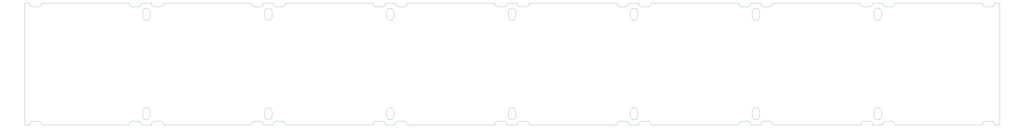
<source format=gbr>
%TF.GenerationSoftware,KiCad,Pcbnew,(5.1.9)-1*%
%TF.CreationDate,2021-04-25T23:04:25+02:00*%
%TF.ProjectId,Schaakbord_Bord,53636861-616b-4626-9f72-645f426f7264,rev?*%
%TF.SameCoordinates,Original*%
%TF.FileFunction,Profile,NP*%
%FSLAX46Y46*%
G04 Gerber Fmt 4.6, Leading zero omitted, Abs format (unit mm)*
G04 Created by KiCad (PCBNEW (5.1.9)-1) date 2021-04-25 23:04:25*
%MOMM*%
%LPD*%
G01*
G04 APERTURE LIST*
%TA.AperFunction,Profile*%
%ADD10C,0.100000*%
%TD*%
G04 APERTURE END LIST*
D10*
X23495000Y21336000D02*
X23495000Y19367500D01*
X25019000Y17843500D02*
G75*
G02*
X23495000Y19367500I0J1524000D01*
G01*
X25019000Y17843500D02*
G75*
G03*
X26543000Y19367500I0J1524000D01*
G01*
X25019000Y22860000D02*
G75*
G03*
X23495000Y21336000I0J-1524000D01*
G01*
X25019000Y22860000D02*
G75*
G02*
X26543000Y21336000I0J-1524000D01*
G01*
X26543000Y21336000D02*
X26543000Y19367500D01*
X73533000Y21336000D02*
X73533000Y19367500D01*
X75057000Y17843500D02*
G75*
G02*
X73533000Y19367500I0J1524000D01*
G01*
X75057000Y17843500D02*
G75*
G03*
X76581000Y19367500I0J1524000D01*
G01*
X75057000Y22860000D02*
G75*
G03*
X73533000Y21336000I0J-1524000D01*
G01*
X75057000Y22860000D02*
G75*
G02*
X76581000Y21336000I0J-1524000D01*
G01*
X76581000Y21336000D02*
X76581000Y19367500D01*
X123571000Y21336000D02*
X123571000Y19367500D01*
X125095000Y17843500D02*
G75*
G02*
X123571000Y19367500I0J1524000D01*
G01*
X125095000Y17843500D02*
G75*
G03*
X126619000Y19367500I0J1524000D01*
G01*
X125095000Y22860000D02*
G75*
G03*
X123571000Y21336000I0J-1524000D01*
G01*
X125095000Y22860000D02*
G75*
G02*
X126619000Y21336000I0J-1524000D01*
G01*
X126619000Y21336000D02*
X126619000Y19367500D01*
X173609000Y21336000D02*
X173609000Y19367500D01*
X175133000Y17843500D02*
G75*
G02*
X173609000Y19367500I0J1524000D01*
G01*
X175133000Y17843500D02*
G75*
G03*
X176657000Y19367500I0J1524000D01*
G01*
X175133000Y22860000D02*
G75*
G03*
X173609000Y21336000I0J-1524000D01*
G01*
X175133000Y22860000D02*
G75*
G02*
X176657000Y21336000I0J-1524000D01*
G01*
X176657000Y21336000D02*
X176657000Y19367500D01*
X223647000Y21336000D02*
X223647000Y19367500D01*
X225171000Y17843500D02*
G75*
G02*
X223647000Y19367500I0J1524000D01*
G01*
X225171000Y17843500D02*
G75*
G03*
X226695000Y19367500I0J1524000D01*
G01*
X225171000Y22860000D02*
G75*
G03*
X223647000Y21336000I0J-1524000D01*
G01*
X225171000Y22860000D02*
G75*
G02*
X226695000Y21336000I0J-1524000D01*
G01*
X226695000Y21336000D02*
X226695000Y19367500D01*
X273685000Y21336000D02*
X273685000Y19367500D01*
X275209000Y17843500D02*
G75*
G02*
X273685000Y19367500I0J1524000D01*
G01*
X275209000Y17843500D02*
G75*
G03*
X276733000Y19367500I0J1524000D01*
G01*
X275209000Y22860000D02*
G75*
G03*
X273685000Y21336000I0J-1524000D01*
G01*
X275209000Y22860000D02*
G75*
G02*
X276733000Y21336000I0J-1524000D01*
G01*
X276733000Y21336000D02*
X276733000Y19367500D01*
X323723000Y21336000D02*
X323723000Y19367500D01*
X325247000Y17843500D02*
G75*
G02*
X323723000Y19367500I0J1524000D01*
G01*
X325247000Y17843500D02*
G75*
G03*
X326771000Y19367500I0J1524000D01*
G01*
X325247000Y22860000D02*
G75*
G03*
X323723000Y21336000I0J-1524000D01*
G01*
X325247000Y22860000D02*
G75*
G02*
X326771000Y21336000I0J-1524000D01*
G01*
X326771000Y21336000D02*
X326771000Y19367500D01*
X326771000Y-21526500D02*
X326771000Y-19558000D01*
X325247000Y-18034000D02*
G75*
G02*
X326771000Y-19558000I0J-1524000D01*
G01*
X325247000Y-18034000D02*
G75*
G03*
X323723000Y-19558000I0J-1524000D01*
G01*
X325247000Y-23050500D02*
G75*
G03*
X326771000Y-21526500I0J1524000D01*
G01*
X325247000Y-23050500D02*
G75*
G02*
X323723000Y-21526500I0J1524000D01*
G01*
X323723000Y-21526500D02*
X323723000Y-19558000D01*
X276733000Y-21526500D02*
X276733000Y-19558000D01*
X275209000Y-18034000D02*
G75*
G02*
X276733000Y-19558000I0J-1524000D01*
G01*
X275209000Y-18034000D02*
G75*
G03*
X273685000Y-19558000I0J-1524000D01*
G01*
X275209000Y-23050500D02*
G75*
G03*
X276733000Y-21526500I0J1524000D01*
G01*
X275209000Y-23050500D02*
G75*
G02*
X273685000Y-21526500I0J1524000D01*
G01*
X273685000Y-21526500D02*
X273685000Y-19558000D01*
X226695000Y-21526500D02*
X226695000Y-19558000D01*
X225171000Y-18034000D02*
G75*
G02*
X226695000Y-19558000I0J-1524000D01*
G01*
X225171000Y-18034000D02*
G75*
G03*
X223647000Y-19558000I0J-1524000D01*
G01*
X225171000Y-23050500D02*
G75*
G03*
X226695000Y-21526500I0J1524000D01*
G01*
X225171000Y-23050500D02*
G75*
G02*
X223647000Y-21526500I0J1524000D01*
G01*
X223647000Y-21526500D02*
X223647000Y-19558000D01*
X176657000Y-21526500D02*
X176657000Y-19558000D01*
X175133000Y-18034000D02*
G75*
G02*
X176657000Y-19558000I0J-1524000D01*
G01*
X175133000Y-18034000D02*
G75*
G03*
X173609000Y-19558000I0J-1524000D01*
G01*
X175133000Y-23050500D02*
G75*
G03*
X176657000Y-21526500I0J1524000D01*
G01*
X175133000Y-23050500D02*
G75*
G02*
X173609000Y-21526500I0J1524000D01*
G01*
X173609000Y-21526500D02*
X173609000Y-19558000D01*
X126619000Y-21526500D02*
X126619000Y-19558000D01*
X125095000Y-18034000D02*
G75*
G02*
X126619000Y-19558000I0J-1524000D01*
G01*
X125095000Y-18034000D02*
G75*
G03*
X123571000Y-19558000I0J-1524000D01*
G01*
X125095000Y-23050500D02*
G75*
G03*
X126619000Y-21526500I0J1524000D01*
G01*
X125095000Y-23050500D02*
G75*
G02*
X123571000Y-21526500I0J1524000D01*
G01*
X123571000Y-21526500D02*
X123571000Y-19558000D01*
X76581000Y-21526500D02*
X76581000Y-19558000D01*
X75057000Y-18034000D02*
G75*
G02*
X76581000Y-19558000I0J-1524000D01*
G01*
X75057000Y-18034000D02*
G75*
G03*
X73533000Y-19558000I0J-1524000D01*
G01*
X75057000Y-23050500D02*
G75*
G03*
X76581000Y-21526500I0J1524000D01*
G01*
X75057000Y-23050500D02*
G75*
G02*
X73533000Y-21526500I0J1524000D01*
G01*
X73533000Y-21526500D02*
X73533000Y-19558000D01*
X25019000Y-18034000D02*
G75*
G02*
X26543000Y-19558000I0J-1524000D01*
G01*
X26543000Y-21526500D02*
X26543000Y-19558000D01*
X25019000Y-23050500D02*
G75*
G03*
X26543000Y-21526500I0J1524000D01*
G01*
X25019000Y-18034000D02*
G75*
G03*
X23495000Y-19558000I0J-1524000D01*
G01*
X23495000Y-21526500D02*
X23495000Y-19558000D01*
X25019000Y-23050500D02*
G75*
G02*
X23495000Y-21526500I0J1524000D01*
G01*
X78587600Y-23558500D02*
X80556100Y-23558500D01*
X221640400Y-23558500D02*
X219671900Y-23558500D01*
X75057000Y-25082500D02*
X77063600Y-25082500D01*
X375285000Y-25082500D02*
X373278400Y-25082500D01*
X275209000Y-25082500D02*
X277215600Y-25082500D01*
X125095000Y-25082500D02*
X123088400Y-25082500D01*
X118071900Y-25082500D02*
G75*
G02*
X119595900Y-23558500I1524000J0D01*
G01*
X121564400Y-23558500D02*
X119595900Y-23558500D01*
X32042100Y-25082500D02*
G75*
G03*
X30518100Y-23558500I-1524000J0D01*
G01*
X218147900Y-25082500D02*
G75*
G02*
X219671900Y-23558500I1524000J0D01*
G01*
X17995900Y-25082500D02*
G75*
G02*
X19519900Y-23558500I1524000J0D01*
G01*
X68033900Y-25082500D02*
X32042100Y-25082500D01*
X182156100Y-25082500D02*
G75*
G03*
X180632100Y-23558500I-1524000J0D01*
G01*
X125095000Y-25082500D02*
X127101600Y-25082500D01*
X178663600Y-23558500D02*
X180632100Y-23558500D01*
X168109900Y-25082500D02*
G75*
G02*
X169633900Y-23558500I1524000J0D01*
G01*
X177139600Y-25082500D02*
G75*
G02*
X178663600Y-23558500I1524000J0D01*
G01*
X77063600Y-25082500D02*
G75*
G02*
X78587600Y-23558500I1524000J0D01*
G01*
X-25019000Y-25082500D02*
X-25019000Y24892000D01*
X132118100Y-25082500D02*
G75*
G03*
X130594100Y-23558500I-1524000J0D01*
G01*
X27025600Y-25082500D02*
G75*
G02*
X28549600Y-23558500I1524000J0D01*
G01*
X175133000Y-25082500D02*
X173126400Y-25082500D01*
X171602400Y-23558500D02*
X169633900Y-23558500D01*
X71526400Y-23558500D02*
X69557900Y-23558500D01*
X123088400Y-25082500D02*
G75*
G03*
X121564400Y-23558500I-1524000J0D01*
G01*
X128625600Y-23558500D02*
X130594100Y-23558500D01*
X323240400Y-25082500D02*
G75*
G03*
X321716400Y-23558500I-1524000J0D01*
G01*
X-23012400Y-25082500D02*
G75*
G02*
X-21488400Y-23558500I1524000J0D01*
G01*
X173126400Y-25082500D02*
G75*
G03*
X171602400Y-23558500I-1524000J0D01*
G01*
X168109900Y-25082500D02*
X132118100Y-25082500D01*
X25019000Y-25082500D02*
X27025600Y-25082500D01*
X321716400Y-23558500D02*
X319747900Y-23558500D01*
X371754400Y-23558500D02*
X369785900Y-23558500D01*
X318223900Y-25082500D02*
G75*
G02*
X319747900Y-23558500I1524000J0D01*
G01*
X127101600Y-25082500D02*
G75*
G02*
X128625600Y-23558500I1524000J0D01*
G01*
X21488400Y-23558500D02*
X19519900Y-23558500D01*
X275209000Y-25082500D02*
X273202400Y-25082500D01*
X75057000Y-25082500D02*
X73050400Y-25082500D01*
X23012400Y-25082500D02*
G75*
G03*
X21488400Y-23558500I-1524000J0D01*
G01*
X17995900Y-25082500D02*
X-17995900Y-25082500D01*
X28549600Y-23558500D02*
X30518100Y-23558500D01*
X225171000Y-25082500D02*
X223164400Y-25082500D01*
X332270100Y-25082500D02*
G75*
G03*
X330746100Y-23558500I-1524000J0D01*
G01*
X68033900Y-25082500D02*
G75*
G02*
X69557900Y-23558500I1524000J0D01*
G01*
X375285000Y24892000D02*
X375285000Y-25082500D01*
X82080100Y-25082500D02*
G75*
G03*
X80556100Y-23558500I-1524000J0D01*
G01*
X332270100Y-25082500D02*
X368261900Y-25082500D01*
X73050400Y-25082500D02*
G75*
G03*
X71526400Y-23558500I-1524000J0D01*
G01*
X175133000Y-25082500D02*
X177139600Y-25082500D01*
X232194100Y-25082500D02*
X268185900Y-25082500D01*
X328777600Y-23558500D02*
X330746100Y-23558500D01*
X278739600Y-23558500D02*
X280708100Y-23558500D01*
X25019000Y-25082500D02*
X23012400Y-25082500D01*
X223164400Y-25082500D02*
G75*
G03*
X221640400Y-23558500I-1524000J0D01*
G01*
X118071900Y-25082500D02*
X82080100Y-25082500D01*
X282232100Y-25082500D02*
X318223900Y-25082500D01*
X271678400Y-23558500D02*
X269709900Y-23558500D01*
X227177600Y-25082500D02*
G75*
G02*
X228701600Y-23558500I1524000J0D01*
G01*
X232194100Y-25082500D02*
G75*
G03*
X230670100Y-23558500I-1524000J0D01*
G01*
X368261900Y-25082500D02*
G75*
G02*
X369785900Y-23558500I1524000J0D01*
G01*
X282232100Y-25082500D02*
G75*
G03*
X280708100Y-23558500I-1524000J0D01*
G01*
X373278400Y-25082500D02*
G75*
G03*
X371754400Y-23558500I-1524000J0D01*
G01*
X-21488400Y-23558500D02*
X-19519900Y-23558500D01*
X273202400Y-25082500D02*
G75*
G03*
X271678400Y-23558500I-1524000J0D01*
G01*
X-25019000Y-25082500D02*
X-23012400Y-25082500D01*
X-17995900Y-25082500D02*
G75*
G03*
X-19519900Y-23558500I-1524000J0D01*
G01*
X228701600Y-23558500D02*
X230670100Y-23558500D01*
X327253600Y-25082500D02*
G75*
G02*
X328777600Y-23558500I1524000J0D01*
G01*
X268185900Y-25082500D02*
G75*
G02*
X269709900Y-23558500I1524000J0D01*
G01*
X325247000Y-25082500D02*
X327253600Y-25082500D01*
X225171000Y-25082500D02*
X227177600Y-25082500D01*
X325247000Y-25082500D02*
X323240400Y-25082500D01*
X277215600Y-25082500D02*
G75*
G02*
X278739600Y-23558500I1524000J0D01*
G01*
X218147900Y-25082500D02*
X182156100Y-25082500D01*
X-21488400Y23368000D02*
X-19519900Y23368000D01*
X-23012400Y24892000D02*
G75*
G03*
X-21488400Y23368000I1524000J0D01*
G01*
X-17995900Y24892000D02*
G75*
G02*
X-19519900Y23368000I-1524000J0D01*
G01*
X-25019000Y24892000D02*
X-23012400Y24892000D01*
X25019000Y24892000D02*
X23012400Y24892000D01*
X17995900Y24892000D02*
G75*
G03*
X19519900Y23368000I1524000J0D01*
G01*
X23012400Y24892000D02*
G75*
G02*
X21488400Y23368000I-1524000J0D01*
G01*
X21488400Y23368000D02*
X19519900Y23368000D01*
X17995900Y24892000D02*
X-17995900Y24892000D01*
X28549600Y23368000D02*
X30518100Y23368000D01*
X27025600Y24892000D02*
G75*
G03*
X28549600Y23368000I1524000J0D01*
G01*
X32042100Y24892000D02*
G75*
G02*
X30518100Y23368000I-1524000J0D01*
G01*
X25019000Y24892000D02*
X27025600Y24892000D01*
X75057000Y24892000D02*
X73050400Y24892000D01*
X68033900Y24892000D02*
G75*
G03*
X69557900Y23368000I1524000J0D01*
G01*
X73050400Y24892000D02*
G75*
G02*
X71526400Y23368000I-1524000J0D01*
G01*
X71526400Y23368000D02*
X69557900Y23368000D01*
X68033900Y24892000D02*
X32042100Y24892000D01*
X78587600Y23368000D02*
X80556100Y23368000D01*
X77063600Y24892000D02*
G75*
G03*
X78587600Y23368000I1524000J0D01*
G01*
X82080100Y24892000D02*
G75*
G02*
X80556100Y23368000I-1524000J0D01*
G01*
X75057000Y24892000D02*
X77063600Y24892000D01*
X125095000Y24892000D02*
X123088400Y24892000D01*
X118071900Y24892000D02*
G75*
G03*
X119595900Y23368000I1524000J0D01*
G01*
X123088400Y24892000D02*
G75*
G02*
X121564400Y23368000I-1524000J0D01*
G01*
X121564400Y23368000D02*
X119595900Y23368000D01*
X118071900Y24892000D02*
X82080100Y24892000D01*
X371754400Y23368000D02*
X369785900Y23368000D01*
X373278400Y24892000D02*
G75*
G02*
X371754400Y23368000I-1524000J0D01*
G01*
X368261900Y24892000D02*
G75*
G03*
X369785900Y23368000I1524000J0D01*
G01*
X375285000Y24892000D02*
X373278400Y24892000D01*
X325247000Y24892000D02*
X327253600Y24892000D01*
X332270100Y24892000D02*
G75*
G02*
X330746100Y23368000I-1524000J0D01*
G01*
X327253600Y24892000D02*
G75*
G03*
X328777600Y23368000I1524000J0D01*
G01*
X328777600Y23368000D02*
X330746100Y23368000D01*
X332270100Y24892000D02*
X368261900Y24892000D01*
X321716400Y23368000D02*
X319747900Y23368000D01*
X323240400Y24892000D02*
G75*
G02*
X321716400Y23368000I-1524000J0D01*
G01*
X318223900Y24892000D02*
G75*
G03*
X319747900Y23368000I1524000J0D01*
G01*
X325247000Y24892000D02*
X323240400Y24892000D01*
X275209000Y24892000D02*
X277215600Y24892000D01*
X282232100Y24892000D02*
G75*
G02*
X280708100Y23368000I-1524000J0D01*
G01*
X277215600Y24892000D02*
G75*
G03*
X278739600Y23368000I1524000J0D01*
G01*
X278739600Y23368000D02*
X280708100Y23368000D01*
X282232100Y24892000D02*
X318223900Y24892000D01*
X271678400Y23368000D02*
X269709900Y23368000D01*
X273202400Y24892000D02*
G75*
G02*
X271678400Y23368000I-1524000J0D01*
G01*
X268185900Y24892000D02*
G75*
G03*
X269709900Y23368000I1524000J0D01*
G01*
X275209000Y24892000D02*
X273202400Y24892000D01*
X225171000Y24892000D02*
X227177600Y24892000D01*
X232194100Y24892000D02*
G75*
G02*
X230670100Y23368000I-1524000J0D01*
G01*
X227177600Y24892000D02*
G75*
G03*
X228701600Y23368000I1524000J0D01*
G01*
X228701600Y23368000D02*
X230670100Y23368000D01*
X232194100Y24892000D02*
X268185900Y24892000D01*
X221640400Y23368000D02*
X219671900Y23368000D01*
X223164400Y24892000D02*
G75*
G02*
X221640400Y23368000I-1524000J0D01*
G01*
X218147900Y24892000D02*
G75*
G03*
X219671900Y23368000I1524000J0D01*
G01*
X225171000Y24892000D02*
X223164400Y24892000D01*
X175133000Y24892000D02*
X177139600Y24892000D01*
X182156100Y24892000D02*
G75*
G02*
X180632100Y23368000I-1524000J0D01*
G01*
X177139600Y24892000D02*
G75*
G03*
X178663600Y23368000I1524000J0D01*
G01*
X178663600Y23368000D02*
X180632100Y23368000D01*
X182156100Y24892000D02*
X218147900Y24892000D01*
X175133000Y24892000D02*
X173126400Y24892000D01*
X168109900Y24892000D02*
G75*
G03*
X169633900Y23368000I1524000J0D01*
G01*
X173126400Y24892000D02*
G75*
G02*
X171602400Y23368000I-1524000J0D01*
G01*
X171602400Y23368000D02*
X169633900Y23368000D01*
X125095000Y24892000D02*
X127101600Y24892000D01*
X132118100Y24892000D02*
G75*
G02*
X130594100Y23368000I-1524000J0D01*
G01*
X127101600Y24892000D02*
G75*
G03*
X128625600Y23368000I1524000J0D01*
G01*
X128625600Y23368000D02*
X130594100Y23368000D01*
X132118100Y24892000D02*
X168109900Y24892000D01*
M02*

</source>
